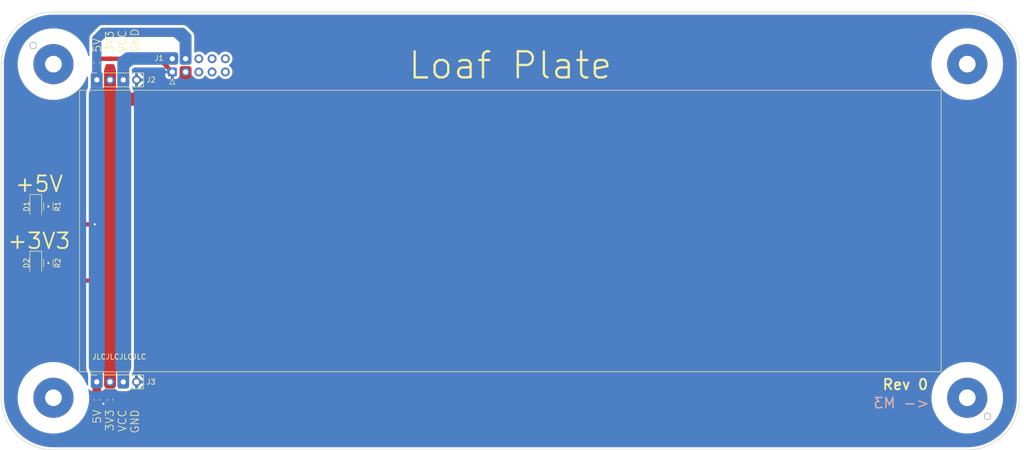
<source format=kicad_pcb>
(kicad_pcb (version 20211014) (generator pcbnew)
  (layers (0 "F.Cu" signal) (31 "B.Cu" power) (34 "B.Paste" user) (35 "F.Paste" user) (36 "B.SilkS" user "B.Silkscreen") (37 "F.SilkS" user "F.Silkscreen") (38 "B.Mask" user) (39 "F.Mask" user) (44 "Edge.Cuts" user))
  (net 0 "")
  (net 1 "+5V")
  (net 2 "GND")
  (net 3 "+3.3V")
  (net 4 "Net-(D1-Pad1)")
  (net 5 "Net-(D2-Pad1)")
  (net 6 "VCC")
  (footprint "CustomFootprintLibrary:Breadboard_Busx02_Terminalx01_Tiesx830_WithMounts" (layer "F.Cu") (at 149.86 97.79)
    (fp_text reference "PLT1" hide)
    (fp_text value "BasePlate" hide)
    (fp_rect (start -82.55 -27) (end 82.55 27) (layer "F.SilkS") (width 0.12) (fill none))
    (fp_poly (pts (arc (start 87.55 42) (mid 94.621068 39.071068) (end 97.55 32)) (arc (start 97.55 -32) (mid 94.621068 -39.071068) (end 87.55 -42)) (arc (start -87.55 -42) (mid -94.621068 -39.071068) (end -97.55 -32)) (arc (start -97.55 32) (mid -94.621068 39.071068) (end -87.55 42))) (layer "Edge.Cuts") (width 0.12) (fill none))
    (pad "" np_thru_hole circle locked (at -87.55 32 180) (size 7.7 7.7) (drill 3.2) (layers F&B.Cu *.Mask) (clearance 3))
    (pad "" np_thru_hole circle locked (at 87.55 32 270) (size 7.7 7.7) (drill 3.2) (layers F&B.Cu *.Mask) (clearance 3))
    (pad "" np_thru_hole circle locked (at -87.55 -32 90) (size 7.7 7.7) (drill 3.2) (layers F&B.Cu *.Mask) (clearance 3))
    (pad "" np_thru_hole circle locked (at 87.55 -32) (size 7.7 7.7) (drill 3.2) (layers F&B.Cu *.Mask) (clearance 3))
  )
  (footprint "Connector_PinSocket_2.54mm:PinSocket_1x04_P2.54mm_Vertical" (layer "F.Cu") (at 70.622 68.809 90)
    (fp_text reference "J2" (at 0 10.404 180) (layer "F.SilkS"))
    (fp_text value "Rail Power")
    (fp_line (start -1.33 1.27) (end -1.33 8.95) (layer "F.SilkS") (width 0.12))
    (fp_line (start 0 -1.33) (end 1.33 -1.33) (layer "F.SilkS") (width 0.12))
    (fp_line (start -1.33 8.95) (end 1.33 8.95) (layer "F.SilkS") (width 0.12))
    (fp_line (start -1.33 1.27) (end 1.33 1.27) (layer "F.SilkS") (width 0.12))
    (fp_line (start 1.33 1.27) (end 1.33 8.95) (layer "F.SilkS") (width 0.12))
    (fp_line (start 1.33 -1.33) (end 1.33 0) (layer "F.SilkS") (width 0.12))
    (pad "1" thru_hole rect (at 0 0 90) (size 1.7 1.7) (drill 1) (layers *.Cu *.Mask) (net 1 "+5V"))
    (pad "2" thru_hole oval (at 0 2.54 90) (size 1.7 1.7) (drill 1) (layers *.Cu *.Mask) (net 3 "+3.3V"))
    (pad "3" thru_hole oval (at 0 5.08 90) (size 1.7 1.7) (drill 1) (layers *.Cu *.Mask) (net 6 "VCC"))
    (pad "4" thru_hole oval (at 0 7.62 90) (size 1.7 1.7) (drill 1) (layers *.Cu *.Mask) (net 2 "GND"))
  )
  (footprint "Capacitor_SMD:C_0603_1608Metric" (layer "F.Cu") (at 70.612 65.532 90)
    (fp_text reference "C1" hide)
    (fp_text value "100n")
    (fp_line (start -0.14058 -0.51) (end 0.14058 -0.51) (layer "F.SilkS") (width 0.12))
    (fp_line (start -0.14058 0.51) (end 0.14058 0.51) (layer "F.SilkS") (width 0.12))
    (pad "1" smd roundrect (at -0.775 0 90) (size 0.9 0.95) (layers "F.Cu" "F.Paste" "F.Mask") (net 1 "+5V"))
    (pad "2" smd roundrect (at 0.775 0 90) (size 0.9 0.95) (layers "F.Cu" "F.Paste" "F.Mask") (net 2 "GND"))
  )
  (footprint "Capacitor_SMD:C_0603_1608Metric" (layer "F.Cu") (at 73.152 65.532 90)
    (fp_text reference "C4" hide)
    (fp_text value "100n")
    (fp_line (start -0.14058 -0.51) (end 0.14058 -0.51) (layer "F.SilkS") (width 0.12))
    (fp_line (start -0.14058 0.51) (end 0.14058 0.51) (layer "F.SilkS") (width 0.12))
    (pad "1" smd roundrect (at -0.775 0 90) (size 0.9 0.95) (layers "F.Cu" "F.Paste" "F.Mask") (net 3 "+3.3V"))
    (pad "2" smd roundrect (at 0.775 0 90) (size 0.9 0.95) (layers "F.Cu" "F.Paste" "F.Mask") (net 2 "GND"))
  )
  (footprint "Resistor_SMD:R_1206_3216Metric" (layer "F.Cu") (at 61.341 103.9475 -90)
    (fp_text reference "R2" (at 0 -1.82 90) (layer "F.SilkS"))
    (fp_text value "15")
    (fp_line (start -0.727064 -0.91) (end 0.727064 -0.91) (layer "F.SilkS") (width 0.12))
    (fp_line (start -0.727064 0.91) (end 0.727064 0.91) (layer "F.SilkS") (width 0.12))
    (pad "1" smd roundrect (at -1.4625 0 270) (size 1.125 1.75) (layers "F.Cu" "F.Paste" "F.Mask") (roundrect_rratio 0.2222222222) (net 5 "Net-(D2-Pad1)"))
    (pad "2" smd roundrect (at 1.4625 0 270) (size 1.125 1.75) (layers "F.Cu" "F.Paste" "F.Mask") (roundrect_rratio 0.2222222222) (net 2 "GND"))
  )
  (footprint "ExtraParts:JLCPCB_ToolingHole" (layer "F.Cu") (at 58.42 62.23)
    (fp_text reference "H1" hide)
    (fp_text value "AssemblyToolingHole" hide)
    (pad "" np_thru_hole circle (at 0 0) (size 1.3 1.3) (drill 1.152) (layers F&B.Cu *.Mask))
  )
  (footprint "Capacitor_SMD:C_0603_1608Metric" (layer "F.Cu") (at 70.612 130.175 -90)
    (fp_text reference "C2" hide)
    (fp_text value "100n")
    (fp_line (start -0.14058 -0.51) (end 0.14058 -0.51) (layer "F.SilkS") (width 0.12))
    (fp_line (start -0.14058 0.51) (end 0.14058 0.51) (layer "F.SilkS") (width 0.12))
    (pad "1" smd roundrect (at -0.775 0 270) (size 0.9 0.95) (layers "F.Cu" "F.Paste" "F.Mask") (net 1 "+5V"))
    (pad "2" smd roundrect (at 0.775 0 270) (size 0.9 0.95) (layers "F.Cu" "F.Paste" "F.Mask") (net 2 "GND"))
  )
  (footprint "LED_SMD:LED_1206_3216Metric" (layer "F.Cu") (at 58.928 103.9475 -90)
    (fp_text reference "D2" (at 0 1.778 90) (layer "F.SilkS"))
    (fp_text value "+3V3_PWR")
    (fp_line (start -2.285 -1.135) (end -2.285 1.135) (layer "F.SilkS") (width 0.12))
    (fp_line (start -2.285 1.135) (end 1.6 1.135) (layer "F.SilkS") (width 0.12))
    (fp_line (start 1.6 -1.135) (end -2.285 -1.135) (layer "F.SilkS") (width 0.12))
    (pad "1" smd roundrect (at -1.4 0 270) (size 1.25 1.75) (layers "F.Cu" "F.Paste" "F.Mask") (roundrect_rratio 0.2) (net 5 "Net-(D2-Pad1)"))
    (pad "2" smd roundrect (at 1.4 0 270) (size 1.25 1.75) (layers "F.Cu" "F.Paste" "F.Mask") (roundrect_rratio 0.2) (net 3 "+3.3V"))
  )
  (footprint "ExtraParts:JLCPCB_ToolingHole" (layer "F.Cu") (at 241.3 133.35)
    (fp_text reference "H2" hide)
    (fp_text value "AssemblyToolingHole" hide)
    (pad "" np_thru_hole circle (at 0 0) (size 1.3 1.3) (drill 1.152) (layers F&B.Cu *.Mask))
  )
  (footprint "Connector_PinSocket_2.54mm:PinSocket_1x04_P2.54mm_Vertical" (layer "F.Cu") (at 70.612 126.746 90)
    (fp_text reference "J3" (at 0 10.414 180) (layer "F.SilkS"))
    (fp_text value "Rail Power")
    (fp_line (start -1.33 1.27) (end -1.33 8.95) (layer "F.SilkS") (width 0.12))
    (fp_line (start 1.33 1.27) (end 1.33 8.95) (layer "F.SilkS") (width 0.12))
    (fp_line (start 0 -1.33) (end 1.33 -1.33) (layer "F.SilkS") (width 0.12))
    (fp_line (start -1.33 1.27) (end 1.33 1.27) (layer "F.SilkS") (width 0.12))
    (fp_line (start -1.33 8.95) (end 1.33 8.95) (layer "F.SilkS") (width 0.12))
    (fp_line (start 1.33 -1.33) (end 1.33 0) (layer "F.SilkS") (width 0.12))
    (pad "1" thru_hole rect (at 0 0 90) (size 1.7 1.7) (drill 1) (layers *.Cu *.Mask) (net 1 "+5V"))
    (pad "2" thru_hole oval (at 0 2.54 90) (size 1.7 1.7) (drill 1) (layers *.Cu *.Mask) (net 3 "+3.3V"))
    (pad "3" thru_hole oval (at 0 5.08 90) (size 1.7 1.7) (drill 1) (layers *.Cu *.Mask) (net 6 "VCC"))
    (pad "4" thru_hole oval (at 0 7.62 90) (size 1.7 1.7) (drill 1) (layers *.Cu *.Mask) (net 2 "GND"))
  )
  (footprint "Resistor_SMD:R_1206_3216Metric" (layer "F.Cu") (at 61.341 93.091 -90)
    (fp_text reference "R1" (at 0 -1.778 90) (layer "F.SilkS"))
    (fp_text value "120")
    (fp_line (start -0.727064 -0.91) (end 0.727064 -0.91) (layer "F.SilkS") (width 0.12))
    (fp_line (start -0.727064 0.91) (end 0.727064 0.91) (layer "F.SilkS") (width 0.12))
    (pad "1" smd roundrect (at -1.4625 0 270) (size 1.125 1.75) (layers "F.Cu" "F.Paste" "F.Mask") (roundrect_rratio 0.2222222222) (net 4 "Net-(D1-Pad1)"))
    (pad "2" smd roundrect (at 1.4625 0 270) (size 1.125 1.75) (layers "F.Cu" "F.Paste" "F.Mask") (roundrect_rratio 0.2222222222) (net 2 "GND"))
  )
  (footprint "Capacitor_SMD:C_0603_1608Metric" (layer "F.Cu") (at 73.152 130.175 -90)
    (fp_text reference "C3" hide)
    (fp_text value "100n")
    (fp_line (start -0.14058 -0.51) (end 0.14058 -0.51) (layer "F.SilkS") (width 0.12))
    (fp_line (start -0.14058 0.51) (end 0.14058 0.51) (layer "F.SilkS") (width 0.12))
    (pad "1" smd roundrect (at -0.775 0 270) (size 0.9 0.95) (layers "F.Cu" "F.Paste" "F.Mask") (net 3 "+3.3V"))
    (pad "2" smd roundrect (at 0.775 0 270) (size 0.9 0.95) (layers "F.Cu" "F.Paste" "F.Mask") (net 2 "GND"))
  )
  (footprint "Connector_IDC:IDC-Header_2x05_P2.54mm_Horizontal" (layer "F.Cu") (at 85.09 67.2925 90)
    (fp_text reference "J1" (at 2.6495 -2.54 180) (layer "F.SilkS"))
    (fp_text value "Ext Connector")
    (fp_line (start -1.35 0) (end -2.35 -0.5) (layer "F.SilkS") (width 0.12))
    (fp_line (start -2.35 0.5) (end -1.35 0) (layer "F.SilkS") (width 0.12))
    (fp_line (start -2.35 -0.5) (end -2.35 0.5) (layer "F.SilkS") (width 0.12))
    (pad "1" thru_hole roundrect locked (at 0 0 90) (size 1.7 1.7) (drill 1) (layers *.Cu *.Mask) (roundrect_rratio 0.1470588235) (net 2 "GND"))
    (pad "2" thru_hole circle locked (at 2.54 0 90) (size 1.7 1.7) (drill 1) (layers *.Cu *.Mask) (net 6 "VCC"))
    (pad "3" thru_hole circle locked (at 0 2.54 90) (size 1.7 1.7) (drill 1) (layers *.Cu *.Mask) (net 3 "+3.3V"))
    (pad "4" thru_hole circle locked (at 2.54 2.54 90) (size 1.7 1.7) (drill 1) (layers *.Cu *.Mask) (net 1 "+5V"))
    (pad "5" thru_hole circle locked (at 0 5.08 90) (size 1.7 1.7) (drill 1) (layers *.Cu *.Mask))
    (pad "6" thru_hole circle locked (at 2.54 5.08 90) (size 1.7 1.7) (drill 1) (layers *.Cu *.Mask))
    (pad "7" thru_hole circle locked (at 0 7.62 90) (size 1.7 1.7) (drill 1) (layers *.Cu *.Mask))
    (pad "8" thru_hole circle locked (at 2.54 7.62 90) (size 1.7 1.7) (drill 1) (layers *.Cu *.Mask))
    (pad "9" thru_hole circle locked (at 0 10.16 90) (size 1.7 1.7) (drill 1) (layers *.Cu *.Mask))
    (pad "10" thru_hole circle locked (at 2.54 10.16 90) (size 1.7 1.7) (drill 1) (layers *.Cu *.Mask))
  )
  (footprint "LED_SMD:LED_1206_3216Metric" (layer "F.Cu") (at 58.928 93.091 -90)
    (fp_text reference "D1" (at 0 1.778 90) (layer "F.SilkS"))
    (fp_text value "+5V_PWR")
    (fp_line (start -2.285 -1.135) (end -2.285 1.135) (layer "F.SilkS") (width 0.12))
    (fp_line (start -2.285 1.135) (end 1.6 1.135) (layer "F.SilkS") (width 0.12))
    (fp_line (start 1.6 -1.135) (end -2.285 -1.135) (layer "F.SilkS") (width 0.12))
    (pad "1" smd roundrect (at -1.4 0 270) (size 1.25 1.75) (layers "F.Cu" "F.Paste" "F.Mask") (roundrect_rratio 0.2) (net 4 "Net-(D1-Pad1)"))
    (pad "2" smd roundrect (at 1.4 0 270) (size 1.25 1.75) (layers "F.Cu" "F.Paste" "F.Mask") (roundrect_rratio 0.2) (net 1 "+5V"))
  )
  (gr_text "https://microcode.io/loafplate" (at 149.86 131.953) (layer "F.Cu") (effects (font (size 2.5 2.5) (thickness 0.3))))
  (gr_text "<- M3" (at 224.79 130.81) (layer "B.SilkS") (effects (font (size 2 2) (thickness 0.25)) (justify mirror)))
  (gr_text "JLCJLCJLCJLC" (at 74.93 121.92) (layer "F.SilkS") (effects (font (size 1 1))))
  (gr_text "+3V3" (at 59.563 99.695) (layer "F.SilkS") (effects (font (size 3 3) (thickness 0.35))))
  (gr_text "5V\n3V3\nVCC\nGND" (at 74.295 63.627 90) (layer "F.SilkS") (effects (font (size 1.5 1.5)) (justify left)))
  (gr_text "Rev 0" (at 225.552 127.254) (layer "F.SilkS") (effects (font (size 2 2) (thickness 0.35))))
  (gr_text "+5V" (at 59.563 88.773) (layer "F.SilkS") (effects (font (size 3 3) (thickness 0.35))))
  (gr_text "5V\n3V3\nVCC\nGND" (at 74.295 131.953 90) (layer "F.SilkS") (effects (font (size 1.5 1.5)) (justify right)))
  (gr_text "Loaf Plate" (at 149.86 66.04) (layer "F.SilkS") (effects (font (size 5 5) (thickness 0.45))))
  (segment (start 58.928 95.758) (end 59.563 96.393) (width 0.825) (layer "F.Cu") (net 1))
  (segment (start 58.928 94.491) (end 58.928 95.758) (width 0.825) (layer "F.Cu") (net 1))
  (segment (start 70.612 66.307) (end 70.612 68.799) (width 1.65) (layer "F.Cu") (net 1))
  (segment (start 70.612 68.799) (end 70.622 68.809) (width 1.65) (layer "F.Cu") (net 1))
  (segment (start 59.69 96.52) (end 70.231 96.52) (width 0.825) (layer "F.Cu") (net 1))
  (segment (start 59.563 96.393) (end 59.69 96.52) (width 0.825) (layer "F.Cu") (net 1))
  (segment (start 70.612 129.4) (end 70.612 126.746) (width 1.65) (layer "F.Cu") (net 1))
  (via (at 70.231 96.52) (size 0.8) (drill 0.4) (layers "F.Cu" "B.Cu") (net 1))
  (segment (start 61.341 94.5535) (end 61.341 93.091) (width 0.825) (layer "F.Cu") (net 2))
  (segment (start 82.5545 64.757) (end 85.09 67.2925) (width 0.825) (layer "F.Cu") (net 2))
  (segment (start 73.152 64.757) (end 82.5545 64.757) (width 0.825) (layer "F.Cu") (net 2))
  (segment (start 71.895 64.757) (end 73.152 64.757) (width 0.825) (layer "F.Cu") (net 2))
  (segment (start 61.341 105.41) (end 61.341 103.9475) (width 0.825) (layer "F.Cu") (net 2))
  (segment (start 71.882 130.937) (end 73.152 130.95) (width 0.825) (layer "F.Cu") (net 2))
  (segment (start 70.612 130.95) (end 71.882 130.937) (width 0.825) (layer "F.Cu") (net 2))
  (segment (start 70.612 64.757) (end 71.895 64.757) (width 0.825) (layer "F.Cu") (net 2))
  (via (at 71.882 130.937) (size 0.8) (drill 0.4) (layers "F.Cu" "B.Cu") (net 2))
  (via (at 61.341 93.091) (size 0.8) (drill 0.4) (layers "F.Cu" "B.Cu") (net 2))
  (via (at 61.341 103.9475) (size 0.8) (drill 0.4) (layers "F.Cu" "B.Cu") (net 2))
  (segment (start 58.928 105.3475) (end 58.928 105.4715) (width 0.825) (layer "F.Cu") (net 3))
  (segment (start 58.928 106.68) (end 59.563 107.315) (width 0.825) (layer "F.Cu") (net 3))
  (segment (start 58.928 105.413) (end 58.928 106.68) (width 0.825) (layer "F.Cu") (net 3))
  (segment (start 73.152 129.4) (end 73.152 126.746) (width 1.65) (layer "F.Cu") (net 3))
  (segment (start 59.563 107.315) (end 73.152 107.315) (width 0.825) (layer "F.Cu") (net 3))
  (segment (start 58.928 91.691) (end 61.2785 91.691) (width 0.825) (layer "F.Cu") (net 4))
  (segment (start 61.2785 91.691) (end 61.341 91.6285) (width 0.825) (layer "F.Cu") (net 4))
  (segment (start 58.928 102.5475) (end 61.2785 102.5475) (width 0.825) (layer "F.Cu") (net 5))
  (segment (start 58.8695 102.489) (end 58.928 102.5475) (width 0.825) (layer "F.Cu") (net 5))
  (segment (start 61.2785 102.5475) (end 61.341 102.485) (width 0.825) (layer "F.Cu") (net 5))
  (zone (net 3) (net_name "+3.3V") (layer "F.Cu") (name "3V3") (connect_pads yes (clearance 0.508)) (min_thickness 0.254) (fill yes (thermal_gap 0.508) (thermal_bridge_width 0.508) (smoothing fillet) (radius 0.5))
    (polygon (pts (xy 88.773 73.025) (xy 88.011 73.787) (xy 74.676 73.787) (xy 74.676 71.247) (xy 85.979 71.247) (xy 86.487 70.739) (xy 86.487 66.167) (xy 88.773 66.167)))
  )
  (zone (net 3) (net_name "+3.3V") (layer "F.Cu") (name "3V3") (connect_pads yes (clearance 0.508)) (min_thickness 0.254) (fill yes (thermal_gap 0.508) (thermal_bridge_width 0.508))
    (polygon (pts (xy 74.295 70.104) (xy 72.009 70.104) (xy 72.009 66.929) (xy 74.295 66.929)))
  )
  (zone (net 3) (net_name "+3.3V") (layer "F.Cu") (name "3V3") (connect_pads yes (clearance 0.508)) (min_thickness 0.254) (fill yes (thermal_gap 0.508) (thermal_bridge_width 0.508) (smoothing fillet) (radius 0.5))
    (polygon (pts (xy 74.295 127.889) (xy 72.009 127.889) (xy 72.009 125.095) (xy 74.295 125.095)))
  )
  (zone (net 3) (net_name "+3.3V") (layer "F.Cu") (name "3V3") (connect_pads yes (clearance 0.508)) (min_thickness 0.254) (fill yes (thermal_gap 0.508) (thermal_bridge_width 0.508))
    (polygon (pts (xy 74.295 66.929) (xy 72.009 66.929) (xy 72.39 65.786) (xy 73.914 65.786)))
  )
  (zone (net 3) (net_name "+3.3V") (layer "F.Cu") (name "3V3") (connect_pads yes (clearance 0.508)) (min_thickness 0.254) (fill yes (thermal_gap 0.508) (thermal_bridge_width 0.508))
    (polygon (pts (xy 74.676 71.247) (xy 74.676 123.952) (xy 74.295 125.095) (xy 72.009 125.095) (xy 71.628 123.952) (xy 71.628 97.5995) (xy 71.628 83.85175) (xy 71.628 71.247) (xy 72.009 70.104) (xy 74.295 70.104)))
  )
  (zone (net 1) (net_name "+5V") (layer "B.Cu") (name "5v") (priority 1) (connect_pads yes (clearance 0.508)) (min_thickness 0.254) (fill yes (thermal_gap 0.508) (thermal_bridge_width 0.508) (smoothing fillet) (radius 0.5))
    (polygon (pts (xy 71.755 128.016) (xy 69.469 128.016) (xy 69.469 125.222) (xy 71.755 125.222)))
  )
  (zone (net 6) (net_name "VCC") (layer "B.Cu") (name "VCC") (priority 1) (connect_pads yes (clearance 0.508)) (min_thickness 0.254) (fill yes (thermal_gap 0.508) (thermal_bridge_width 0.508))
    (polygon (pts (xy 77.216 71.374) (xy 77.216 124.079) (xy 76.835 125.222) (xy 74.549 125.222) (xy 74.168 124.079) (xy 74.168 97.7265) (xy 74.168 83.97875) (xy 74.168 71.374) (xy 74.549 70.231) (xy 76.835 70.231)))
  )
  (zone (net 6) (net_name "VCC") (layer "B.Cu") (name "VCC") (priority 1) (connect_pads yes (clearance 0.508)) (min_thickness 0.254) (fill yes (thermal_gap 0.508) (thermal_bridge_width 0.508) (smoothing fillet) (radius 0.5))
    (polygon (pts (xy 86.233 65.913) (xy 77.597 65.913) (xy 76.835 66.548) (xy 76.835 69.977) (xy 74.549 69.977) (xy 74.549 64.77) (xy 76.2 63.5) (xy 86.233 63.5)))
  )
  (zone (net 1) (net_name "+5V") (layer "B.Cu") (name "5V") (priority 1) (connect_pads yes (clearance 0.508)) (min_thickness 0.254) (fill yes (thermal_gap 0.508) (thermal_bridge_width 0.508) (smoothing fillet) (radius 0.5))
    (polygon (pts (xy 71.755 70.231) (xy 69.469 70.231) (xy 69.469 67.691) (xy 71.755 67.691)))
  )
  (zone (net 6) (net_name "VCC") (layer "B.Cu") (name "VCC") (priority 1) (connect_pads yes (clearance 0.508)) (min_thickness 0.254) (fill yes (thermal_gap 0.508) (thermal_bridge_width 0.508))
    (polygon (pts (xy 76.835 70.231) (xy 74.549 70.231) (xy 74.549 67.056) (xy 76.835 67.056)))
  )
  (zone (net 6) (net_name "VCC") (layer "B.Cu") (name "VCC") (priority 1) (connect_pads yes (clearance 0.508)) (min_thickness 0.254) (fill yes (thermal_gap 0.508) (thermal_bridge_width 0.508) (smoothing fillet) (radius 0.5))
    (polygon (pts (xy 76.835 128.016) (xy 74.549 128.016) (xy 74.549 125.222) (xy 76.835 125.222)))
  )
  (zone (net 1) (net_name "+5V") (layer "B.Cu") (name "5V") (priority 1) (connect_pads yes (clearance 0.508)) (min_thickness 0.254) (fill yes (thermal_gap 0.508) (thermal_bridge_width 0.508) (smoothing fillet) (radius 0.5))
    (polygon (pts (xy 72.136 71.374) (xy 72.136 124.079) (xy 71.755 125.222) (xy 69.469 125.222) (xy 69.088 124.079) (xy 69.088 97.7265) (xy 69.088 83.97875) (xy 69.088 71.374) (xy 69.469 70.231) (xy 71.755 70.231)))
  )
  (zone (net 2) (net_name "GND") (layer "B.Cu") (connect_pads (clearance 0.508)) (min_thickness 0.254) (fill yes (thermal_gap 0.508) (thermal_bridge_width 0.6) (smoothing fillet))
    (polygon (pts (xy 248.285 139.7) (xy 52.07 139.7) (xy 52.07 55.88) (xy 248.285 55.88)))
  )
  (zone (net 1) (net_name "+5V") (layer "B.Cu") (name "5V") (priority 1) (connect_pads yes (clearance 0.508)) (min_thickness 0.254) (fill yes (thermal_gap 0.508) (thermal_bridge_width 0.508) (smoothing fillet) (radius 0.5))
    (polygon (pts (xy 88.773 60.198) (xy 88.773 65.913) (xy 86.487 65.913) (xy 86.487 61.595) (xy 85.344 60.579) (xy 72.39 60.579) (xy 71.501 61.341) (xy 71.501 67.183) (xy 71.755 67.691) (xy 70.612 67.691) (xy 69.469 67.691) (xy 69.723 67.183) (xy 69.723 60.579) (xy 71.501 58.801) (xy 87.376 58.801)))
  )
)
</source>
